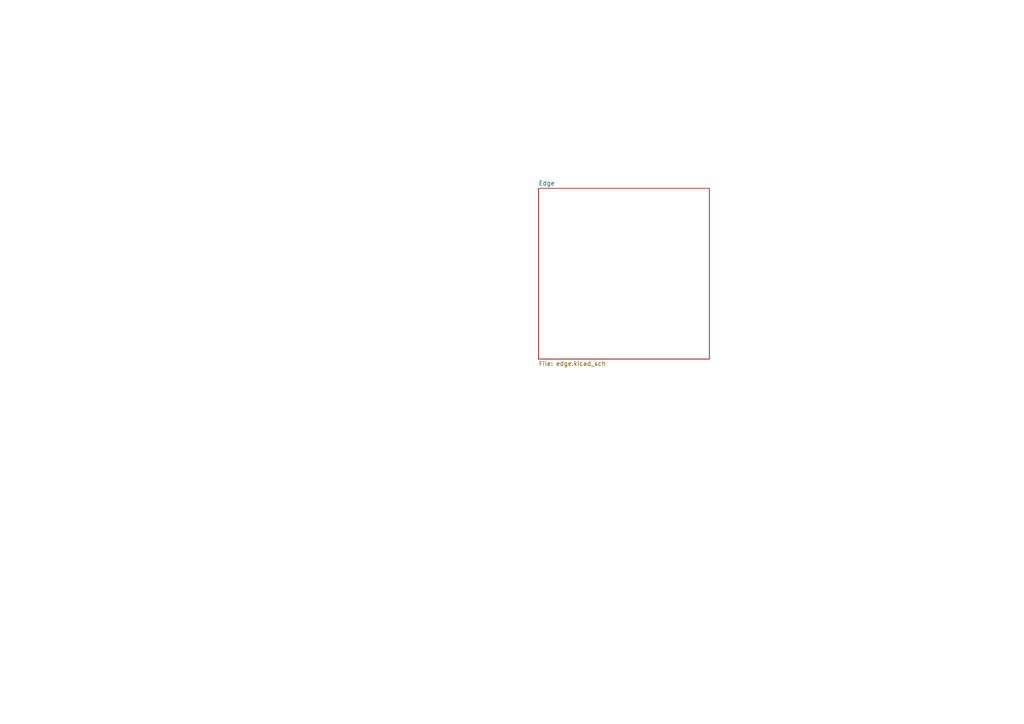
<source format=kicad_sch>
(kicad_sch
	(version 20231120)
	(generator "eeschema")
	(generator_version "8.0")
	(uuid "4f55cf3c-3248-4ee4-bf4f-ff54bd3d747f")
	(paper "A4")
	(lib_symbols)
	(sheet
		(at 156.21 54.61)
		(size 49.53 49.53)
		(fields_autoplaced yes)
		(stroke
			(width 0.1524)
			(type solid)
		)
		(fill
			(color 0 0 0 0.0000)
		)
		(uuid "f7aa3f53-84b3-4c68-b6c1-c53d889d67eb")
		(property "Sheetname" "Edge"
			(at 156.21 53.8984 0)
			(effects
				(font
					(size 1.27 1.27)
				)
				(justify left bottom)
			)
		)
		(property "Sheetfile" "edge.kicad_sch"
			(at 156.21 104.7246 0)
			(effects
				(font
					(size 1.27 1.27)
				)
				(justify left top)
			)
		)
		(instances
			(project "testrack_module_breakout"
				(path "/4f55cf3c-3248-4ee4-bf4f-ff54bd3d747f"
					(page "2")
				)
			)
		)
	)
	(sheet_instances
		(path "/"
			(page "1")
		)
	)
)
</source>
